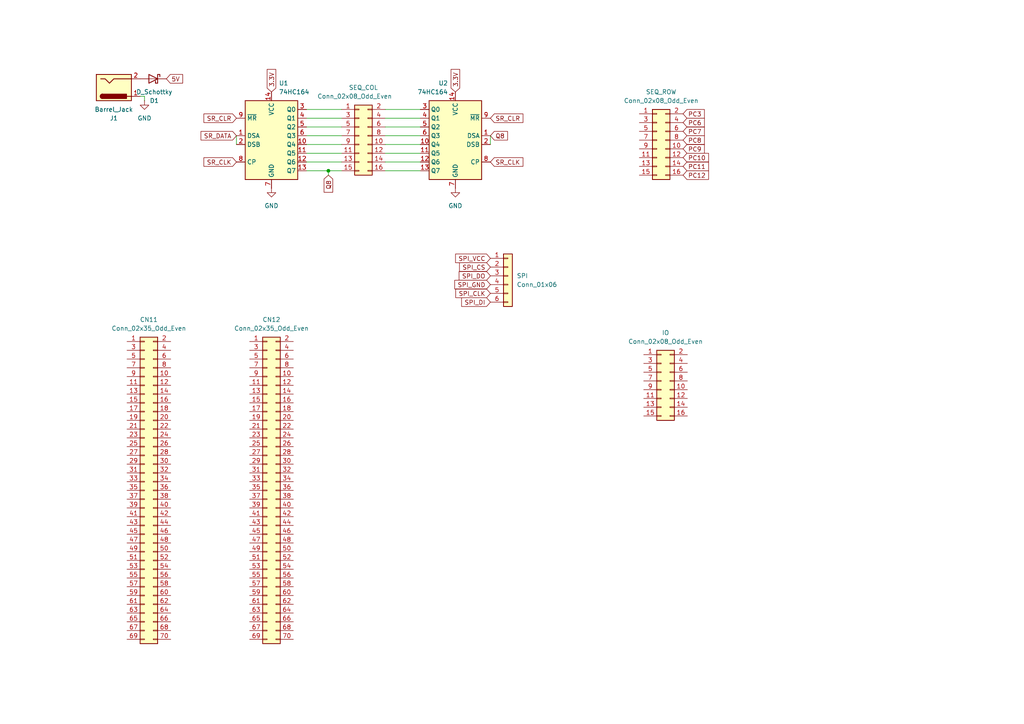
<source format=kicad_sch>
(kicad_sch (version 20250114) (generator "eeschema") (generator_version "9.0")
  (paper "A4")
  (lib_symbols
    (symbol "74xx:74HC164"
      (property "Reference" "U" (at 1.905 -13.97 0))
      (property "Value" "74HC164" (at 1.905 -16.51 0))
      (symbol "74HC164_0_1"
        (rectangle (start 7.62 10.16) (end -7.62 -12.7) (stroke (width 0.254)) (fill (type background)))
      )
      (symbol "74HC164_1_1"
        (pin input line (at -10.16 5.08 0) (length 2.54) (name "~{MR}") (number "9"))
        (pin input line (at -10.16 0 0) (length 2.54) (name "DSA") (number "1"))
        (pin input line (at -10.16 -2.54 0) (length 2.54) (name "DSB") (number "2"))
        (pin input line (at -10.16 -7.62 0) (length 2.54) (name "CP") (number "8"))
        (pin power_in line (at 0 12.7 270) (length 2.54) (name "VCC") (number "14"))
        (pin power_in line (at 0 -15.24 90) (length 2.54) (name "GND") (number "7"))
        (pin output line (at 10.16 7.62 180) (length 2.54) (name "Q0") (number "3"))
        (pin output line (at 10.16 5.08 180) (length 2.54) (name "Q1") (number "4"))
        (pin output line (at 10.16 2.54 180) (length 2.54) (name "Q2") (number "5"))
        (pin output line (at 10.16 0 180) (length 2.54) (name "Q3") (number "6"))
        (pin output line (at 10.16 -2.54 180) (length 2.54) (name "Q4") (number "10"))
        (pin output line (at 10.16 -5.08 180) (length 2.54) (name "Q5") (number "11"))
        (pin output line (at 10.16 -7.62 180) (length 2.54) (name "Q6") (number "12"))
        (pin output line (at 10.16 -10.16 180) (length 2.54) (name "Q7") (number "13"))
      )
    )
    (symbol "Connector:Barrel_Jack" (pin_names (offset 1.016))
      (property "Reference" "J" (at 0 5.334 0))
      (property "Value" "Barrel_Jack" (at 0 -5.08 0))
      (symbol "Barrel_Jack_0_1"
        (rectangle (start -5.08 3.81) (end 5.08 -3.81) (stroke (width 0.254)) (fill (type background)))
        (polyline (pts (xy -3.81 -2.54) (xy -2.54 -2.54) (xy -1.27 -1.27) (xy 0 -2.54) (xy 2.54 -2.54) (xy 5.08 -2.54)) (stroke (width 0.254)))
        (arc (start -3.302 1.905) (mid -3.9343 2.54) (end -3.302 3.175) (stroke (width 0.254)))
        (arc (start -3.302 1.905) (mid -3.9343 2.54) (end -3.302 3.175) (stroke (width 0.254)) (fill (type outline)))
        (rectangle (start 3.683 3.175) (end -3.302 1.905) (stroke (width 0.254)) (fill (type outline)))
        (polyline (pts (xy 5.08 2.54) (xy 3.81 2.54)) (stroke (width 0.254)))
      )
      (symbol "Barrel_Jack_1_1"
        (pin passive line (at 7.62 2.54 180) (length 2.54) (name "~") (number "1"))
        (pin passive line (at 7.62 -2.54 180) (length 2.54) (name "~") (number "2"))
      )
    )
    (symbol "Connector_Generic:Conn_01x06" (pin_names (offset 1.016) (hide yes))
      (property "Reference" "J" (at 0 7.62 0))
      (property "Value" "Conn_01x06" (at 0 -10.16 0))
      (symbol "Conn_01x06_1_1"
        (rectangle (start -1.27 6.35) (end 1.27 -8.89) (stroke (width 0.254)) (fill (type background)))
        (rectangle (start -1.27 5.207) (end 0 4.953) (stroke (width 0.1524)))
        (rectangle (start -1.27 2.667) (end 0 2.413) (stroke (width 0.1524)))
        (rectangle (start -1.27 0.127) (end 0 -0.127) (stroke (width 0.1524)))
        (rectangle (start -1.27 -2.413) (end 0 -2.667) (stroke (width 0.1524)))
        (rectangle (start -1.27 -4.953) (end 0 -5.207) (stroke (width 0.1524)))
        (rectangle (start -1.27 -7.493) (end 0 -7.747) (stroke (width 0.1524)))
        (pin passive line (at -5.08 5.08 0) (length 3.81) (name "Pin_1") (number "1"))
        (pin passive line (at -5.08 2.54 0) (length 3.81) (name "Pin_2") (number "2"))
        (pin passive line (at -5.08 0 0) (length 3.81) (name "Pin_3") (number "3"))
        (pin passive line (at -5.08 -2.54 0) (length 3.81) (name "Pin_4") (number "4"))
        (pin passive line (at -5.08 -5.08 0) (length 3.81) (name "Pin_5") (number "5"))
        (pin passive line (at -5.08 -7.62 0) (length 3.81) (name "Pin_6") (number "6"))
      )
    )
    (symbol "Connector_Generic:Conn_02x08_Odd_Even" (pin_names (offset 1.016) (hide yes))
      (property "Reference" "J" (at 1.27 10.16 0))
      (property "Value" "Conn_02x08_Odd_Even" (at 1.27 -12.7 0))
      (symbol "Conn_02x08_Odd_Even_1_1"
        (rectangle (start -1.27 8.89) (end 3.81 -11.43) (stroke (width 0.254)) (fill (type background)))
        (rectangle (start -1.27 7.747) (end 0 7.493) (stroke (width 0.1524)))
        (rectangle (start -1.27 5.207) (end 0 4.953) (stroke (width 0.1524)))
        (rectangle (start -1.27 2.667) (end 0 2.413) (stroke (width 0.1524)))
        (rectangle (start -1.27 0.127) (end 0 -0.127) (stroke (width 0.1524)))
        (rectangle (start -1.27 -2.413) (end 0 -2.667) (stroke (width 0.1524)))
        (rectangle (start -1.27 -4.953) (end 0 -5.207) (stroke (width 0.1524)))
        (rectangle (start -1.27 -7.493) (end 0 -7.747) (stroke (width 0.1524)))
        (rectangle (start -1.27 -10.033) (end 0 -10.287) (stroke (width 0.1524)))
        (rectangle (start 3.81 7.747) (end 2.54 7.493) (stroke (width 0.1524)))
        (rectangle (start 3.81 5.207) (end 2.54 4.953) (stroke (width 0.1524)))
        (rectangle (start 3.81 2.667) (end 2.54 2.413) (stroke (width 0.1524)))
        (rectangle (start 3.81 0.127) (end 2.54 -0.127) (stroke (width 0.1524)))
        (rectangle (start 3.81 -2.413) (end 2.54 -2.667) (stroke (width 0.1524)))
        (rectangle (start 3.81 -4.953) (end 2.54 -5.207) (stroke (width 0.1524)))
        (rectangle (start 3.81 -7.493) (end 2.54 -7.747) (stroke (width 0.1524)))
        (rectangle (start 3.81 -10.033) (end 2.54 -10.287) (stroke (width 0.1524)))
        (pin passive line (at -5.08 7.62 0) (length 3.81) (name "Pin_1") (number "1"))
        (pin passive line (at -5.08 5.08 0) (length 3.81) (name "Pin_3") (number "3"))
        (pin passive line (at -5.08 2.54 0) (length 3.81) (name "Pin_5") (number "5"))
        (pin passive line (at -5.08 0 0) (length 3.81) (name "Pin_7") (number "7"))
        (pin passive line (at -5.08 -2.54 0) (length 3.81) (name "Pin_9") (number "9"))
        (pin passive line (at -5.08 -5.08 0) (length 3.81) (name "Pin_11") (number "11"))
        (pin passive line (at -5.08 -7.62 0) (length 3.81) (name "Pin_13") (number "13"))
        (pin passive line (at -5.08 -10.16 0) (length 3.81) (name "Pin_15") (number "15"))
        (pin passive line (at 7.62 7.62 180) (length 3.81) (name "Pin_2") (number "2"))
        (pin passive line (at 7.62 5.08 180) (length 3.81) (name "Pin_4") (number "4"))
        (pin passive line (at 7.62 2.54 180) (length 3.81) (name "Pin_6") (number "6"))
        (pin passive line (at 7.62 0 180) (length 3.81) (name "Pin_8") (number "8"))
        (pin passive line (at 7.62 -2.54 180) (length 3.81) (name "Pin_10") (number "10"))
        (pin passive line (at 7.62 -5.08 180) (length 3.81) (name "Pin_12") (number "12"))
        (pin passive line (at 7.62 -7.62 180) (length 3.81) (name "Pin_14") (number "14"))
        (pin passive line (at 7.62 -10.16 180) (length 3.81) (name "Pin_16") (number "16"))
      )
    )
    (symbol "Connector_Generic:Conn_02x35_Odd_Even" (pin_names (offset 1.016) (hide yes))
      (property "Reference" "J" (at 1.27 45.72 0))
      (property "Value" "Conn_02x35_Odd_Even" (at 1.27 -45.72 0))
      (symbol "Conn_02x35_Odd_Even_1_1"
        (rectangle (start -1.27 44.45) (end 3.81 -44.45) (stroke (width 0.254)) (fill (type background)))
        (rectangle (start -1.27 43.307) (end 0 43.053) (stroke (width 0.1524)))
        (rectangle (start -1.27 40.767) (end 0 40.513) (stroke (width 0.1524)))
        (rectangle (start -1.27 38.227) (end 0 37.973) (stroke (width 0.1524)))
        (rectangle (start -1.27 35.687) (end 0 35.433) (stroke (width 0.1524)))
        (rectangle (start -1.27 33.147) (end 0 32.893) (stroke (width 0.1524)))
        (rectangle (start -1.27 30.607) (end 0 30.353) (stroke (width 0.1524)))
        (rectangle (start -1.27 28.067) (end 0 27.813) (stroke (width 0.1524)))
        (rectangle (start -1.27 25.527) (end 0 25.273) (stroke (width 0.1524)))
        (rectangle (start -1.27 22.987) (end 0 22.733) (stroke (width 0.1524)))
        (rectangle (start -1.27 20.447) (end 0 20.193) (stroke (width 0.1524)))
        (rectangle (start -1.27 17.907) (end 0 17.653) (stroke (width 0.1524)))
        (rectangle (start -1.27 15.367) (end 0 15.113) (stroke (width 0.1524)))
        (rectangle (start -1.27 12.827) (end 0 12.573) (stroke (width 0.1524)))
        (rectangle (start -1.27 10.287) (end 0 10.033) (stroke (width 0.1524)))
        (rectangle (start -1.27 7.747) (end 0 7.493) (stroke (width 0.1524)))
        (rectangle (start -1.27 5.207) (end 0 4.953) (stroke (width 0.1524)))
        (rectangle (start -1.27 2.667) (end 0 2.413) (stroke (width 0.1524)))
        (rectangle (start -1.27 0.127) (end 0 -0.127) (stroke (width 0.1524)))
        (rectangle (start -1.27 -2.413) (end 0 -2.667) (stroke (width 0.1524)))
        (rectangle (start -1.27 -4.953) (end 0 -5.207) (stroke (width 0.1524)))
        (rectangle (start -1.27 -7.493) (end 0 -7.747) (stroke (width 0.1524)))
        (rectangle (start -1.27 -10.033) (end 0 -10.287) (stroke (width 0.1524)))
        (rectangle (start -1.27 -12.573) (end 0 -12.827) (stroke (width 0.1524)))
        (rectangle (start -1.27 -15.113) (end 0 -15.367) (stroke (width 0.1524)))
        (rectangle (start -1.27 -17.653) (end 0 -17.907) (stroke (width 0.1524)))
        (rectangle (start -1.27 -20.193) (end 0 -20.447) (stroke (width 0.1524)))
        (rectangle (start -1.27 -22.733) (end 0 -22.987) (stroke (width 0.1524)))
        (rectangle (start -1.27 -25.273) (end 0 -25.527) (stroke (width 0.1524)))
        (rectangle (start -1.27 -27.813) (end 0 -28.067) (stroke (width 0.1524)))
        (rectangle (start -1.27 -30.353) (end 0 -30.607) (stroke (width 0.1524)))
        (rectangle (start -1.27 -32.893) (end 0 -33.147) (stroke (width 0.1524)))
        (rectangle (start -1.27 -35.433) (end 0 -35.687) (stroke (width 0.1524)))
        (rectangle (start -1.27 -37.973) (end 0 -38.227) (stroke (width 0.1524)))
        (rectangle (start -1.27 -40.513) (end 0 -40.767) (stroke (width 0.1524)))
        (rectangle (start -1.27 -43.053) (end 0 -43.307) (stroke (width 0.1524)))
        (rectangle (start 3.81 43.307) (end 2.54 43.053) (stroke (width 0.1524)))
        (rectangle (start 3.81 40.767) (end 2.54 40.513) (stroke (width 0.1524)))
        (rectangle (start 3.81 38.227) (end 2.54 37.973) (stroke (width 0.1524)))
        (rectangle (start 3.81 35.687) (end 2.54 35.433) (stroke (width 0.1524)))
        (rectangle (start 3.81 33.147) (end 2.54 32.893) (stroke (width 0.1524)))
        (rectangle (start 3.81 30.607) (end 2.54 30.353) (stroke (width 0.1524)))
        (rectangle (start 3.81 28.067) (end 2.54 27.813) (stroke (width 0.1524)))
        (rectangle (start 3.81 25.527) (end 2.54 25.273) (stroke (width 0.1524)))
        (rectangle (start 3.81 22.987) (end 2.54 22.733) (stroke (width 0.1524)))
        (rectangle (start 3.81 20.447) (end 2.54 20.193) (stroke (width 0.1524)))
        (rectangle (start 3.81 17.907) (end 2.54 17.653) (stroke (width 0.1524)))
        (rectangle (start 3.81 15.367) (end 2.54 15.113) (stroke (width 0.1524)))
        (rectangle (start 3.81 12.827) (end 2.54 12.573) (stroke (width 0.1524)))
        (rectangle (start 3.81 10.287) (end 2.54 10.033) (stroke (width 0.1524)))
        (rectangle (start 3.81 7.747) (end 2.54 7.493) (stroke (width 0.1524)))
        (rectangle (start 3.81 5.207) (end 2.54 4.953) (stroke (width 0.1524)))
        (rectangle (start 3.81 2.667) (end 2.54 2.413) (stroke (width 0.1524)))
        (rectangle (start 3.81 0.127) (end 2.54 -0.127) (stroke (width 0.1524)))
        (rectangle (start 3.81 -2.413) (end 2.54 -2.667) (stroke (width 0.1524)))
        (rectangle (start 3.81 -4.953) (end 2.54 -5.207) (stroke (width 0.1524)))
        (rectangle (start 3.81 -7.493) (end 2.54 -7.747) (stroke (width 0.1524)))
        (rectangle (start 3.81 -10.033) (end 2.54 -10.287) (stroke (width 0.1524)))
        (rectangle (start 3.81 -12.573) (end 2.54 -12.827) (stroke (width 0.1524)))
        (rectangle (start 3.81 -15.113) (end 2.54 -15.367) (stroke (width 0.1524)))
        (rectangle (start 3.81 -17.653) (end 2.54 -17.907) (stroke (width 0.1524)))
        (rectangle (start 3.81 -20.193) (end 2.54 -20.447) (stroke (width 0.1524)))
        (rectangle (start 3.81 -22.733) (end 2.54 -22.987) (stroke (width 0.1524)))
        (rectangle (start 3.81 -25.273) (end 2.54 -25.527) (stroke (width 0.1524)))
        (rectangle (start 3.81 -27.813) (end 2.54 -28.067) (stroke (width 0.1524)))
        (rectangle (start 3.81 -30.353) (end 2.54 -30.607) (stroke (width 0.1524)))
        (rectangle (start 3.81 -32.893) (end 2.54 -33.147) (stroke (width 0.1524)))
        (rectangle (start 3.81 -35.433) (end 2.54 -35.687) (stroke (width 0.1524)))
        (rectangle (start 3.81 -37.973) (end 2.54 -38.227) (stroke (width 0.1524)))
        (rectangle (start 3.81 -40.513) (end 2.54 -40.767) (stroke (width 0.1524)))
        (rectangle (start 3.81 -43.053) (end 2.54 -43.307) (stroke (width 0.1524)))
        (pin passive line (at -5.08 43.18 0) (length 3.81) (name "Pin_1") (number "1"))
        (pin passive line (at -5.08 40.64 0) (length 3.81) (name "Pin_3") (number "3"))
        (pin passive line (at -5.08 38.1 0) (length 3.81) (name "Pin_5") (number "5"))
        (pin passive line (at -5.08 35.56 0) (length 3.81) (name "Pin_7") (number "7"))
        (pin passive line (at -5.08 33.02 0) (length 3.81) (name "Pin_9") (number "9"))
        (pin passive line (at -5.08 30.48 0) (length 3.81) (name "Pin_11") (number "11"))
        (pin passive line (at -5.08 27.94 0) (length 3.81) (name "Pin_13") (number "13"))
        (pin passive line (at -5.08 25.4 0) (length 3.81) (name "Pin_15") (number "15"))
        (pin passive line (at -5.08 22.86 0) (length 3.81) (name "Pin_17") (number "17"))
        (pin passive line (at -5.08 20.32 0) (length 3.81) (name "Pin_19") (number "19"))
        (pin passive line (at -5.08 17.78 0) (length 3.81) (name "Pin_21") (number "21"))
        (pin passive line (at -5.08 15.24 0) (length 3.81) (name "Pin_23") (number "23"))
        (pin passive line (at -5.08 12.7 0) (length 3.81) (name "Pin_25") (number "25"))
        (pin passive line (at -5.08 10.16 0) (length 3.81) (name "Pin_27") (number "27"))
        (pin passive line (at -5.08 7.62 0) (length 3.81) (name "Pin_29") (number "29"))
        (pin passive line (at -5.08 5.08 0) (length 3.81) (name "Pin_31") (number "31"))
        (pin passive line (at -5.08 2.54 0) (length 3.81) (name "Pin_33") (number "33"))
        (pin passive line (at -5.08 0 0) (length 3.81) (name "Pin_35") (number "35"))
        (pin passive line (at -5.08 -2.54 0) (length 3.81) (name "Pin_37") (number "37"))
        (pin passive line (at -5.08 -5.08 0) (length 3.81) (name "Pin_39") (number "39"))
        (pin passive line (at -5.08 -7.62 0) (length 3.81) (name "Pin_41") (number "41"))
        (pin passive line (at -5.08 -10.16 0) (length 3.81) (name "Pin_43") (number "43"))
        (pin passive line (at -5.08 -12.7 0) (length 3.81) (name "Pin_45") (number "45"))
        (pin passive line (at -5.08 -15.24 0) (length 3.81) (name "Pin_47") (number "47"))
        (pin passive line (at -5.08 -17.78 0) (length 3.81) (name "Pin_49") (number "49"))
        (pin passive line (at -5.08 -20.32 0) (length 3.81) (name "Pin_51") (number "51"))
        (pin passive line (at -5.08 -22.86 0) (length 3.81) (name "Pin_53") (number "53"))
        (pin passive line (at -5.08 -25.4 0) (length 3.81) (name "Pin_55") (number "55"))
        (pin passive line (at -5.08 -27.94 0) (length 3.81) (name "Pin_57") (number "57"))
        (pin passive line (at -5.08 -30.48 0) (length 3.81) (name "Pin_59") (number "59"))
        (pin passive line (at -5.08 -33.02 0) (length 3.81) (name "Pin_61") (number "61"))
        (pin passive line (at -5.08 -35.56 0) (length 3.81) (name "Pin_63") (number "63"))
        (pin passive line (at -5.08 -38.1 0) (length 3.81) (name "Pin_65") (number "65"))
        (pin passive line (at -5.08 -40.64 0) (length 3.81) (name "Pin_67") (number "67"))
        (pin passive line (at -5.08 -43.18 0) (length 3.81) (name "Pin_69") (number "69"))
        (pin passive line (at 7.62 43.18 180) (length 3.81) (name "Pin_2") (number "2"))
        (pin passive line (at 7.62 40.64 180) (length 3.81) (name "Pin_4") (number "4"))
        (pin passive line (at 7.62 38.1 180) (length 3.81) (name "Pin_6") (number "6"))
        (pin passive line (at 7.62 35.56 180) (length 3.81) (name "Pin_8") (number "8"))
        (pin passive line (at 7.62 33.02 180) (length 3.81) (name "Pin_10") (number "10"))
        (pin passive line (at 7.62 30.48 180) (length 3.81) (name "Pin_12") (number "12"))
        (pin passive line (at 7.62 27.94 180) (length 3.81) (name "Pin_14") (number "14"))
        (pin passive line (at 7.62 25.4 180) (length 3.81) (name "Pin_16") (number "16"))
        (pin passive line (at 7.62 22.86 180) (length 3.81) (name "Pin_18") (number "18"))
        (pin passive line (at 7.62 20.32 180) (length 3.81) (name "Pin_20") (number "20"))
        (pin passive line (at 7.62 17.78 180) (length 3.81) (name "Pin_22") (number "22"))
        (pin passive line (at 7.62 15.24 180) (length 3.81) (name "Pin_24") (number "24"))
        (pin passive line (at 7.62 12.7 180) (length 3.81) (name "Pin_26") (number "26"))
        (pin passive line (at 7.62 10.16 180) (length 3.81) (name "Pin_28") (number "28"))
        (pin passive line (at 7.62 7.62 180) (length 3.81) (name "Pin_30") (number "30"))
        (pin passive line (at 7.62 5.08 180) (length 3.81) (name "Pin_32") (number "32"))
        (pin passive line (at 7.62 2.54 180) (length 3.81) (name "Pin_34") (number "34"))
        (pin passive line (at 7.62 0 180) (length 3.81) (name "Pin_36") (number "36"))
        (pin passive line (at 7.62 -2.54 180) (length 3.81) (name "Pin_38") (number "38"))
        (pin passive line (at 7.62 -5.08 180) (length 3.81) (name "Pin_40") (number "40"))
        (pin passive line (at 7.62 -7.62 180) (length 3.81) (name "Pin_42") (number "42"))
        (pin passive line (at 7.62 -10.16 180) (length 3.81) (name "Pin_44") (number "44"))
        (pin passive line (at 7.62 -12.7 180) (length 3.81) (name "Pin_46") (number "46"))
        (pin passive line (at 7.62 -15.24 180) (length 3.81) (name "Pin_48") (number "48"))
        (pin passive line (at 7.62 -17.78 180) (length 3.81) (name "Pin_50") (number "50"))
        (pin passive line (at 7.62 -20.32 180) (length 3.81) (name "Pin_52") (number "52"))
        (pin passive line (at 7.62 -22.86 180) (length 3.81) (name "Pin_54") (number "54"))
        (pin passive line (at 7.62 -25.4 180) (length 3.81) (name "Pin_56") (number "56"))
        (pin passive line (at 7.62 -27.94 180) (length 3.81) (name "Pin_58") (number "58"))
        (pin passive line (at 7.62 -30.48 180) (length 3.81) (name "Pin_60") (number "60"))
        (pin passive line (at 7.62 -33.02 180) (length 3.81) (name "Pin_62") (number "62"))
        (pin passive line (at 7.62 -35.56 180) (length 3.81) (name "Pin_64") (number "64"))
        (pin passive line (at 7.62 -38.1 180) (length 3.81) (name "Pin_66") (number "66"))
        (pin passive line (at 7.62 -40.64 180) (length 3.81) (name "Pin_68") (number "68"))
        (pin passive line (at 7.62 -43.18 180) (length 3.81) (name "Pin_70") (number "70"))
      )
    )
    (symbol "Device:D_Schottky" (pin_numbers (hide yes)) (pin_names (offset 1.016) (hide yes))
      (property "Reference" "D" (at 0 2.54 0))
      (property "Value" "D_Schottky" (at 0 -2.54 0))
      (symbol "D_Schottky_0_1"
        (polyline (pts (xy -1.905 0.635) (xy -1.905 1.27) (xy -1.27 1.27) (xy -1.27 -1.27) (xy -0.635 -1.27) (xy -0.635 -0.635)) (stroke (width 0.254)))
        (polyline (pts (xy 1.27 1.27) (xy 1.27 -1.27) (xy -1.27 0) (xy 1.27 1.27)) (stroke (width 0.254)))
        (polyline (pts (xy 1.27 0) (xy -1.27 0)))
      )
      (symbol "D_Schottky_1_1"
        (pin passive line (at -3.81 0 0) (length 2.54) (name "K") (number "1"))
        (pin passive line (at 3.81 0 180) (length 2.54) (name "A") (number "2"))
      )
    )
    (symbol "power:GND" (power) (pin_numbers (hide yes)) (pin_names (offset 0) (hide yes))
      (property "Value" "GND" (at 0 -3.81 0))
      (symbol "GND_0_1"
        (polyline (pts (xy 0 0) (xy 0 -1.27) (xy 1.27 -1.27) (xy 0 -2.54) (xy -1.27 -1.27) (xy 0 -1.27)))
      )
      (symbol "GND_1_1"
        (pin power_in line (at 0 0 270) (length 0) (name "~") (number "1"))
      )
    )
  )
  (junction (at 95.25 49.53))
  (wire (pts (xy 111.76 31.75) (xy 121.92 31.75)))
  (wire (pts (xy 88.9 46.99) (xy 99.06 46.99)))
  (wire (pts (xy 88.9 31.75) (xy 99.06 31.75)))
  (wire (pts (xy 111.76 49.53) (xy 121.92 49.53)))
  (wire (pts (xy 111.76 34.29) (xy 121.92 34.29)))
  (wire (pts (xy 95.25 49.53) (xy 99.06 49.53)))
  (wire (pts (xy 111.76 39.37) (xy 121.92 39.37)))
  (wire (pts (xy 41.91 27.94) (xy 41.91 29.21)))
  (wire (pts (xy 88.9 41.91) (xy 99.06 41.91)))
  (wire (pts (xy 95.25 49.53) (xy 95.25 50.8)))
  (wire (pts (xy 88.9 36.83) (xy 99.06 36.83)))
  (wire (pts (xy 88.9 49.53) (xy 95.25 49.53)))
  (wire (pts (xy 142.24 39.37) (xy 142.24 41.91)))
  (wire (pts (xy 40.64 27.94) (xy 41.91 27.94)))
  (wire (pts (xy 111.76 44.45) (xy 121.92 44.45)))
  (wire (pts (xy 111.76 46.99) (xy 121.92 46.99)))
  (wire (pts (xy 88.9 39.37) (xy 99.06 39.37)))
  (wire (pts (xy 88.9 34.29) (xy 99.06 34.29)))
  (wire (pts (xy 68.58 39.37) (xy 68.58 41.91)))
  (wire (pts (xy 111.76 36.83) (xy 121.92 36.83)))
  (wire (pts (xy 111.76 41.91) (xy 121.92 41.91)))
  (wire (pts (xy 88.9 44.45) (xy 99.06 44.45)))
  (global_label "PC9" (shape input) (at 198.12 43.18 0) (property "Intersheetrefs" "${INTERSHEET_REFS}" (effects (hide yes))))
  (global_label "SR_CLK" (shape input) (at 142.24 46.99 0) (property "Intersheetrefs" "${INTERSHEET_REFS}" (effects (hide yes))))
  (global_label "SR_DATA" (shape input) (at 68.58 39.37 180) (property "Intersheetrefs" "${INTERSHEET_REFS}" (effects (hide yes))))
  (global_label "PC10" (shape input) (at 198.12 45.72 0) (property "Intersheetrefs" "${INTERSHEET_REFS}" (effects (hide yes))))
  (global_label "SR_CLR" (shape input) (at 142.24 34.29 0) (property "Intersheetrefs" "${INTERSHEET_REFS}" (effects (hide yes))))
  (global_label "SR_CLK" (shape input) (at 68.58 46.99 180) (property "Intersheetrefs" "${INTERSHEET_REFS}" (effects (hide yes))))
  (global_label "5V" (shape input) (at 48.26 22.86 0) (property "Intersheetrefs" "${INTERSHEET_REFS}" (effects (hide yes))))
  (global_label "PC11" (shape input) (at 198.12 48.26 0) (property "Intersheetrefs" "${INTERSHEET_REFS}" (effects (hide yes))))
  (global_label "SPI_CS" (shape input) (at 142.24 77.47 180) (property "Intersheetrefs" "${INTERSHEET_REFS}" (effects (hide yes))))
  (global_label "PC7" (shape input) (at 198.12 38.1 0) (property "Intersheetrefs" "${INTERSHEET_REFS}" (effects (hide yes))))
  (global_label "PC12" (shape input) (at 198.12 50.8 0) (property "Intersheetrefs" "${INTERSHEET_REFS}" (effects (hide yes))))
  (global_label "Q8" (shape input) (at 142.24 39.37 0) (property "Intersheetrefs" "${INTERSHEET_REFS}" (effects (hide yes))))
  (global_label "3.3V" (shape input) (at 132.08 26.67 90) (property "Intersheetrefs" "${INTERSHEET_REFS}" (effects (hide yes))))
  (global_label "SPI_GND" (shape input) (at 142.24 82.55 180) (property "Intersheetrefs" "${INTERSHEET_REFS}" (effects (hide yes))))
  (global_label "PC6" (shape input) (at 198.12 35.56 0) (property "Intersheetrefs" "${INTERSHEET_REFS}" (effects (hide yes))))
  (global_label "SPI_DI" (shape input) (at 142.24 87.63 180) (property "Intersheetrefs" "${INTERSHEET_REFS}" (effects (hide yes))))
  (global_label "SR_CLR" (shape input) (at 68.58 34.29 180) (property "Intersheetrefs" "${INTERSHEET_REFS}" (effects (hide yes))))
  (global_label "3.3V" (shape input) (at 78.74 26.67 90) (property "Intersheetrefs" "${INTERSHEET_REFS}" (effects (hide yes))))
  (global_label "SPI_VCC" (shape input) (at 142.24 74.93 180) (property "Intersheetrefs" "${INTERSHEET_REFS}" (effects (hide yes))))
  (global_label "PC8" (shape input) (at 198.12 40.64 0) (property "Intersheetrefs" "${INTERSHEET_REFS}" (effects (hide yes))))
  (global_label "SPI_DO" (shape input) (at 142.24 80.01 180) (property "Intersheetrefs" "${INTERSHEET_REFS}" (effects (hide yes))))
  (global_label "PC3" (shape input) (at 198.12 33.02 0) (property "Intersheetrefs" "${INTERSHEET_REFS}" (effects (hide yes))))
  (global_label "Q8" (shape input) (at 95.25 50.8 270) (property "Intersheetrefs" "${INTERSHEET_REFS}" (effects (hide yes))))
  (global_label "SPI_CLK" (shape input) (at 142.24 85.09 180) (property "Intersheetrefs" "${INTERSHEET_REFS}" (effects (hide yes))))
  (symbol (lib_id "Connector_Generic:Conn_02x35_Odd_Even") (at 41.91 142.24 0) (unit 1)
    (property "Reference" "CN11" (at 43.18 92.71 0))
    (property "Value" "Conn_02x35_Odd_Even" (at 43.18 95.25 0))
    (property "Description" "Generic connector, double row, 02x35, odd/even pin numbering scheme (row 1 odd numbers, row 2 even numbers), script generated (kicad-library-utils/schlib/autogen/connector/)" (effects (hide yes)))
  )
  (symbol (lib_id "Connector_Generic:Conn_02x08_Odd_Even") (at 191.77 110.49 0) (unit 1)
    (property "Reference" "IO" (at 193.04 96.52 0))
    (property "Value" "Conn_02x08_Odd_Even" (at 193.04 99.06 0))
    (property "Description" "Generic connector, double row, 02x08, odd/even pin numbering scheme (row 1 odd numbers, row 2 even numbers), script generated (kicad-library-utils/schlib/autogen/connector/)" (effects (hide yes)))
  )
  (symbol (lib_id "Connector_Generic:Conn_02x35_Odd_Even") (at 77.47 142.24 0) (unit 1)
    (property "Reference" "CN12" (at 78.74 92.71 0))
    (property "Value" "Conn_02x35_Odd_Even" (at 78.74 95.25 0))
    (property "Description" "Generic connector, double row, 02x35, odd/even pin numbering scheme (row 1 odd numbers, row 2 even numbers), script generated (kicad-library-utils/schlib/autogen/connector/)" (effects (hide yes)))
  )
  (symbol (lib_id "power:GND") (at 132.08 54.61 0) (mirror y) (unit 1)
    (property "Reference" "#PWR03" (effects (hide yes)))
    (property "Value" "GND" (at 132.08 59.69 0))
    (property "Description" "Power symbol creates a global label with name \"GND\" , ground" (effects (hide yes)))
  )
  (symbol (lib_id "Device:D_Schottky") (at 44.45 22.86 0) (mirror y) (unit 1)
    (property "Reference" "D1" (at 44.7675 29.21 0))
    (property "Value" "D_Schottky" (at 44.7675 26.67 0))
    (property "Description" "Schottky diode" (effects (hide yes)))
  )
  (symbol (lib_id "Connector_Generic:Conn_01x06") (at 147.32 80.01 0) (unit 1)
    (property "Reference" "SPI" (at 149.86 80.0099 0) (effects (justify left)))
    (property "Value" "Conn_01x06" (at 149.86 82.5499 0) (effects (justify left)))
    (property "Description" "Generic connector, single row, 01x06, script generated (kicad-library-utils/schlib/autogen/connector/)" (effects (hide yes)))
  )
  (symbol (lib_id "74xx:74HC164") (at 132.08 39.37 0) (mirror y) (unit 1)
    (property "Reference" "U2" (at 129.9367 24.13 0) (effects (justify left)))
    (property "Value" "74HC164" (at 129.9367 26.67 0) (effects (justify left)))
    (property "Datasheet" "https://assets.nexperia.com/documents/data-sheet/74HC_HCT164.pdf" (effects (hide yes)))
    (property "Description" "8-bit serial-in parallel-out shift register" (effects (hide yes)))
  )
  (symbol (lib_id "74xx:74HC164") (at 78.74 39.37 0) (unit 1)
    (property "Reference" "U1" (at 80.8833 24.13 0) (effects (justify left)))
    (property "Value" "74HC164" (at 80.8833 26.67 0) (effects (justify left)))
    (property "Datasheet" "https://assets.nexperia.com/documents/data-sheet/74HC_HCT164.pdf" (effects (hide yes)))
    (property "Description" "8-bit serial-in parallel-out shift register" (effects (hide yes)))
  )
  (symbol (lib_id "power:GND") (at 41.91 29.21 0) (unit 1)
    (property "Reference" "#PWR01" (effects (hide yes)))
    (property "Value" "GND" (at 41.91 34.29 0))
    (property "Description" "Power symbol creates a global label with name \"GND\" , ground" (effects (hide yes)))
  )
  (symbol (lib_id "power:GND") (at 78.74 54.61 0) (unit 1)
    (property "Reference" "#PWR02" (effects (hide yes)))
    (property "Value" "GND" (at 78.74 59.69 0))
    (property "Description" "Power symbol creates a global label with name \"GND\" , ground" (effects (hide yes)))
  )
  (symbol (lib_id "Connector_Generic:Conn_02x08_Odd_Even") (at 190.5 40.64 0) (unit 1)
    (property "Reference" "SEQ_ROW" (at 191.77 26.67 0))
    (property "Value" "Conn_02x08_Odd_Even" (at 191.77 29.21 0))
    (property "Description" "Generic connector, double row, 02x08, odd/even pin numbering scheme (row 1 odd numbers, row 2 even numbers), script generated (kicad-library-utils/schlib/autogen/connector/)" (effects (hide yes)))
  )
  (symbol (lib_id "Connector_Generic:Conn_02x08_Odd_Even") (at 104.14 39.37 0) (unit 1)
    (property "Reference" "SEQ_COL" (at 105.41 25.4 0))
    (property "Value" "Conn_02x08_Odd_Even" (at 102.87 27.94 0))
    (property "Description" "Generic connector, double row, 02x08, odd/even pin numbering scheme (row 1 odd numbers, row 2 even numbers), script generated (kicad-library-utils/schlib/autogen/connector/)" (effects (hide yes)))
  )
  (symbol (lib_id "Connector:Barrel_Jack") (at 33.02 25.4 0) (mirror x) (unit 1)
    (property "Reference" "J1" (at 33.02 34.29 0))
    (property "Value" "Barrel_Jack" (at 33.02 31.75 0))
    (property "Description" "DC Barrel Jack" (effects (hide yes)))
  )
)
</source>
